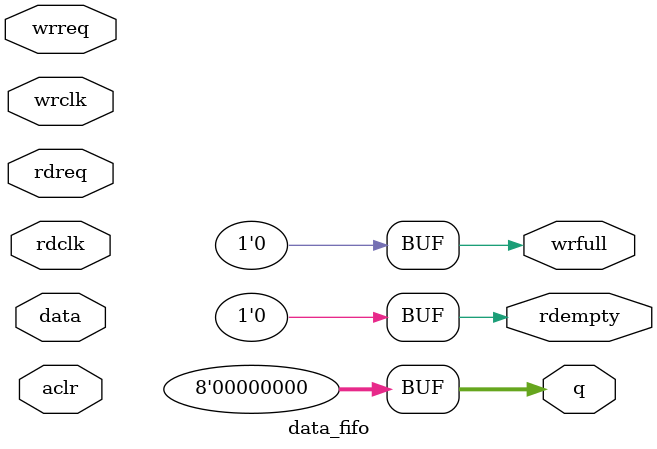
<source format=v>
module data_fifo(	// file.cleaned.mlir:2:3
  input         aclr,	// file.cleaned.mlir:2:27
  input  [31:0] data,	// file.cleaned.mlir:2:42
  input         rdclk,	// file.cleaned.mlir:2:58
                rdreq,	// file.cleaned.mlir:2:74
                wrclk,	// file.cleaned.mlir:2:90
                wrreq,	// file.cleaned.mlir:2:106
  output [7:0]  q,	// file.cleaned.mlir:2:123
  output        rdempty,	// file.cleaned.mlir:2:135
                wrfull	// file.cleaned.mlir:2:153
);

  assign q = 8'h0;	// file.cleaned.mlir:3:14, :5:5
  assign rdempty = 1'h0;	// file.cleaned.mlir:4:14, :5:5
  assign wrfull = 1'h0;	// file.cleaned.mlir:4:14, :5:5
endmodule


</source>
